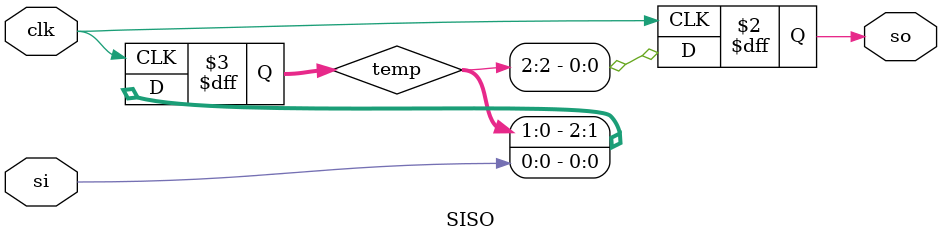
<source format=sv>
`timescale 1ns / 1ps


module SISO(clk,si,so

    );
    input logic clk,si;
    output logic so;
    logic [2:0]temp;
    always @(posedge clk)
    begin
    temp[0]<=si;
    temp[1]<=temp[0];
    temp[2]<=temp[1];
    so<=temp[2];
    end
    endmodule

</source>
